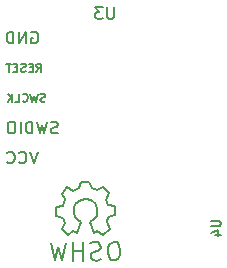
<source format=gbr>
G04 #@! TF.FileFunction,Legend,Bot*
%FSLAX46Y46*%
G04 Gerber Fmt 4.6, Leading zero omitted, Abs format (unit mm)*
G04 Created by KiCad (PCBNEW no-vcs-found-undefined) date Wed Nov 16 23:20:15 2016*
%MOMM*%
%LPD*%
G01*
G04 APERTURE LIST*
%ADD10C,0.100000*%
%ADD11C,0.150000*%
%ADD12C,0.160000*%
G04 APERTURE END LIST*
D10*
D11*
X97147380Y-105183940D02*
X96786700Y-106654600D01*
X96786700Y-106654600D02*
X96507300Y-105592880D01*
X96507300Y-105592880D02*
X96197420Y-106664760D01*
X96197420Y-106664760D02*
X95857060Y-105214420D01*
X98567240Y-105874820D02*
X97777300Y-105864660D01*
X97777300Y-105864660D02*
X97767140Y-105874820D01*
X97767140Y-105874820D02*
X97767140Y-105864660D01*
X97726500Y-105153460D02*
X97726500Y-106695240D01*
X98615500Y-105143300D02*
X98615500Y-106713020D01*
X98615500Y-106713020D02*
X98605340Y-106702860D01*
X99166680Y-105244900D02*
X99517200Y-105163620D01*
X99517200Y-105163620D02*
X99837240Y-105153460D01*
X99837240Y-105153460D02*
X100076000Y-105354120D01*
X100076000Y-105354120D02*
X100106480Y-105623360D01*
X100106480Y-105623360D02*
X99865180Y-105864660D01*
X99865180Y-105864660D02*
X99476560Y-105994200D01*
X99476560Y-105994200D02*
X99296220Y-106154220D01*
X99296220Y-106154220D02*
X99255580Y-106453940D01*
X99255580Y-106453940D02*
X99486720Y-106674920D01*
X99486720Y-106674920D02*
X99806760Y-106702860D01*
X99806760Y-106702860D02*
X100157280Y-106593640D01*
X101196140Y-105143300D02*
X101445060Y-105163620D01*
X101445060Y-105163620D02*
X101686360Y-105404920D01*
X101686360Y-105404920D02*
X101775260Y-105895140D01*
X101775260Y-105895140D02*
X101747320Y-106243120D01*
X101747320Y-106243120D02*
X101546660Y-106563160D01*
X101546660Y-106563160D02*
X101295200Y-106685080D01*
X101295200Y-106685080D02*
X100985320Y-106613960D01*
X100985320Y-106613960D02*
X100766880Y-106433620D01*
X100766880Y-106433620D02*
X100695760Y-105973880D01*
X100695760Y-105973880D02*
X100746560Y-105564940D01*
X100746560Y-105564940D02*
X100855780Y-105283000D01*
X100855780Y-105283000D02*
X101216460Y-105153460D01*
X100596700Y-103423720D02*
X100855780Y-103985060D01*
X100855780Y-103985060D02*
X100317300Y-104503220D01*
X100317300Y-104503220D02*
X99796600Y-104233980D01*
X99796600Y-104233980D02*
X99517200Y-104394000D01*
X98077020Y-104373680D02*
X97746820Y-104183180D01*
X97746820Y-104183180D02*
X97307400Y-104513380D01*
X97307400Y-104513380D02*
X96834960Y-104023160D01*
X96834960Y-104023160D02*
X97116900Y-103543100D01*
X97116900Y-103543100D02*
X96926400Y-103073200D01*
X96926400Y-103073200D02*
X96316800Y-102885240D01*
X96316800Y-102885240D02*
X96316800Y-102204520D01*
X96316800Y-102204520D02*
X96875600Y-102064820D01*
X96875600Y-102064820D02*
X97076260Y-101493320D01*
X97076260Y-101493320D02*
X96807020Y-101023420D01*
X96807020Y-101023420D02*
X97276920Y-100512880D01*
X97276920Y-100512880D02*
X97795080Y-100774500D01*
X97795080Y-100774500D02*
X98264980Y-100573840D01*
X98264980Y-100573840D02*
X98435160Y-100032820D01*
X98435160Y-100032820D02*
X99126040Y-100015040D01*
X99126040Y-100015040D02*
X99336860Y-100563680D01*
X99336860Y-100563680D02*
X99755960Y-100733860D01*
X99755960Y-100733860D02*
X100307140Y-100464620D01*
X100307140Y-100464620D02*
X100825300Y-100992940D01*
X100825300Y-100992940D02*
X100576380Y-101533960D01*
X100576380Y-101533960D02*
X100746560Y-102014020D01*
X100746560Y-102014020D02*
X101295200Y-102113080D01*
X101295200Y-102113080D02*
X101305360Y-102814120D01*
X101305360Y-102814120D02*
X100746560Y-103014780D01*
X100746560Y-103014780D02*
X100606860Y-103413560D01*
X98465640Y-103393240D02*
X98165920Y-103243380D01*
X98165920Y-103243380D02*
X97965260Y-103045260D01*
X97965260Y-103045260D02*
X97815400Y-102643940D01*
X97815400Y-102643940D02*
X97815400Y-102245160D01*
X97815400Y-102245160D02*
X97965260Y-101894640D01*
X97965260Y-101894640D02*
X98417380Y-101544120D01*
X98417380Y-101544120D02*
X98866960Y-101493320D01*
X98866960Y-101493320D02*
X99265740Y-101594920D01*
X99265740Y-101594920D02*
X99667060Y-101942900D01*
X99667060Y-101942900D02*
X99816920Y-102395020D01*
X99816920Y-102395020D02*
X99766120Y-102892860D01*
X99766120Y-102892860D02*
X99517200Y-103195120D01*
X99517200Y-103195120D02*
X99166680Y-103393240D01*
X99166680Y-103393240D02*
X99517200Y-104394000D01*
X98465640Y-103393240D02*
X98066860Y-104394000D01*
D12*
X109472304Y-103339276D02*
X110119923Y-103339276D01*
X110196114Y-103377371D01*
X110234209Y-103415466D01*
X110272304Y-103491657D01*
X110272304Y-103644038D01*
X110234209Y-103720228D01*
X110196114Y-103758323D01*
X110119923Y-103796419D01*
X109472304Y-103796419D01*
X109738971Y-104520228D02*
X110272304Y-104520228D01*
X109434209Y-104329752D02*
X110005638Y-104139276D01*
X110005638Y-104634514D01*
D11*
X94641066Y-90715266D02*
X94874400Y-90381933D01*
X95041066Y-90715266D02*
X95041066Y-90015266D01*
X94774400Y-90015266D01*
X94707733Y-90048600D01*
X94674400Y-90081933D01*
X94641066Y-90148600D01*
X94641066Y-90248600D01*
X94674400Y-90315266D01*
X94707733Y-90348600D01*
X94774400Y-90381933D01*
X95041066Y-90381933D01*
X94341066Y-90348600D02*
X94107733Y-90348600D01*
X94007733Y-90715266D02*
X94341066Y-90715266D01*
X94341066Y-90015266D01*
X94007733Y-90015266D01*
X93741066Y-90681933D02*
X93641066Y-90715266D01*
X93474400Y-90715266D01*
X93407733Y-90681933D01*
X93374400Y-90648600D01*
X93341066Y-90581933D01*
X93341066Y-90515266D01*
X93374400Y-90448600D01*
X93407733Y-90415266D01*
X93474400Y-90381933D01*
X93607733Y-90348600D01*
X93674400Y-90315266D01*
X93707733Y-90281933D01*
X93741066Y-90215266D01*
X93741066Y-90148600D01*
X93707733Y-90081933D01*
X93674400Y-90048600D01*
X93607733Y-90015266D01*
X93441066Y-90015266D01*
X93341066Y-90048600D01*
X93041066Y-90348600D02*
X92807733Y-90348600D01*
X92707733Y-90715266D02*
X93041066Y-90715266D01*
X93041066Y-90015266D01*
X92707733Y-90015266D01*
X92507733Y-90015266D02*
X92107733Y-90015266D01*
X92307733Y-90715266D02*
X92307733Y-90015266D01*
X95385533Y-93221933D02*
X95285533Y-93255266D01*
X95118866Y-93255266D01*
X95052200Y-93221933D01*
X95018866Y-93188600D01*
X94985533Y-93121933D01*
X94985533Y-93055266D01*
X95018866Y-92988600D01*
X95052200Y-92955266D01*
X95118866Y-92921933D01*
X95252200Y-92888600D01*
X95318866Y-92855266D01*
X95352200Y-92821933D01*
X95385533Y-92755266D01*
X95385533Y-92688600D01*
X95352200Y-92621933D01*
X95318866Y-92588600D01*
X95252200Y-92555266D01*
X95085533Y-92555266D01*
X94985533Y-92588600D01*
X94752200Y-92555266D02*
X94585533Y-93255266D01*
X94452200Y-92755266D01*
X94318866Y-93255266D01*
X94152200Y-92555266D01*
X93485533Y-93188600D02*
X93518866Y-93221933D01*
X93618866Y-93255266D01*
X93685533Y-93255266D01*
X93785533Y-93221933D01*
X93852200Y-93155266D01*
X93885533Y-93088600D01*
X93918866Y-92955266D01*
X93918866Y-92855266D01*
X93885533Y-92721933D01*
X93852200Y-92655266D01*
X93785533Y-92588600D01*
X93685533Y-92555266D01*
X93618866Y-92555266D01*
X93518866Y-92588600D01*
X93485533Y-92621933D01*
X92852200Y-93255266D02*
X93185533Y-93255266D01*
X93185533Y-92555266D01*
X92618866Y-93255266D02*
X92618866Y-92555266D01*
X92218866Y-93255266D02*
X92518866Y-92855266D01*
X92218866Y-92555266D02*
X92618866Y-92955266D01*
X101213104Y-85248180D02*
X101213104Y-86057704D01*
X101165485Y-86152942D01*
X101117866Y-86200561D01*
X101022628Y-86248180D01*
X100832152Y-86248180D01*
X100736914Y-86200561D01*
X100689295Y-86152942D01*
X100641676Y-86057704D01*
X100641676Y-85248180D01*
X100260723Y-85248180D02*
X99641676Y-85248180D01*
X99975009Y-85629133D01*
X99832152Y-85629133D01*
X99736914Y-85676752D01*
X99689295Y-85724371D01*
X99641676Y-85819609D01*
X99641676Y-86057704D01*
X99689295Y-86152942D01*
X99736914Y-86200561D01*
X99832152Y-86248180D01*
X100117866Y-86248180D01*
X100213104Y-86200561D01*
X100260723Y-86152942D01*
X94233904Y-87358600D02*
X94329142Y-87310980D01*
X94472000Y-87310980D01*
X94614857Y-87358600D01*
X94710095Y-87453838D01*
X94757714Y-87549076D01*
X94805333Y-87739552D01*
X94805333Y-87882409D01*
X94757714Y-88072885D01*
X94710095Y-88168123D01*
X94614857Y-88263361D01*
X94472000Y-88310980D01*
X94376761Y-88310980D01*
X94233904Y-88263361D01*
X94186285Y-88215742D01*
X94186285Y-87882409D01*
X94376761Y-87882409D01*
X93757714Y-88310980D02*
X93757714Y-87310980D01*
X93186285Y-88310980D01*
X93186285Y-87310980D01*
X92710095Y-88310980D02*
X92710095Y-87310980D01*
X92472000Y-87310980D01*
X92329142Y-87358600D01*
X92233904Y-87453838D01*
X92186285Y-87549076D01*
X92138666Y-87739552D01*
X92138666Y-87882409D01*
X92186285Y-88072885D01*
X92233904Y-88168123D01*
X92329142Y-88263361D01*
X92472000Y-88310980D01*
X92710095Y-88310980D01*
X96454647Y-95883361D02*
X96311790Y-95930980D01*
X96073695Y-95930980D01*
X95978457Y-95883361D01*
X95930838Y-95835742D01*
X95883219Y-95740504D01*
X95883219Y-95645266D01*
X95930838Y-95550028D01*
X95978457Y-95502409D01*
X96073695Y-95454790D01*
X96264171Y-95407171D01*
X96359409Y-95359552D01*
X96407028Y-95311933D01*
X96454647Y-95216695D01*
X96454647Y-95121457D01*
X96407028Y-95026219D01*
X96359409Y-94978600D01*
X96264171Y-94930980D01*
X96026076Y-94930980D01*
X95883219Y-94978600D01*
X95549885Y-94930980D02*
X95311790Y-95930980D01*
X95121314Y-95216695D01*
X94930838Y-95930980D01*
X94692742Y-94930980D01*
X94311790Y-95930980D02*
X94311790Y-94930980D01*
X94073695Y-94930980D01*
X93930838Y-94978600D01*
X93835600Y-95073838D01*
X93787980Y-95169076D01*
X93740361Y-95359552D01*
X93740361Y-95502409D01*
X93787980Y-95692885D01*
X93835600Y-95788123D01*
X93930838Y-95883361D01*
X94073695Y-95930980D01*
X94311790Y-95930980D01*
X93311790Y-95930980D02*
X93311790Y-94930980D01*
X92645123Y-94930980D02*
X92454647Y-94930980D01*
X92359409Y-94978600D01*
X92264171Y-95073838D01*
X92216552Y-95264314D01*
X92216552Y-95597647D01*
X92264171Y-95788123D01*
X92359409Y-95883361D01*
X92454647Y-95930980D01*
X92645123Y-95930980D01*
X92740361Y-95883361D01*
X92835600Y-95788123D01*
X92883219Y-95597647D01*
X92883219Y-95264314D01*
X92835600Y-95073838D01*
X92740361Y-94978600D01*
X92645123Y-94930980D01*
X94754533Y-97470980D02*
X94421200Y-98470980D01*
X94087866Y-97470980D01*
X93183104Y-98375742D02*
X93230723Y-98423361D01*
X93373580Y-98470980D01*
X93468819Y-98470980D01*
X93611676Y-98423361D01*
X93706914Y-98328123D01*
X93754533Y-98232885D01*
X93802152Y-98042409D01*
X93802152Y-97899552D01*
X93754533Y-97709076D01*
X93706914Y-97613838D01*
X93611676Y-97518600D01*
X93468819Y-97470980D01*
X93373580Y-97470980D01*
X93230723Y-97518600D01*
X93183104Y-97566219D01*
X92183104Y-98375742D02*
X92230723Y-98423361D01*
X92373580Y-98470980D01*
X92468819Y-98470980D01*
X92611676Y-98423361D01*
X92706914Y-98328123D01*
X92754533Y-98232885D01*
X92802152Y-98042409D01*
X92802152Y-97899552D01*
X92754533Y-97709076D01*
X92706914Y-97613838D01*
X92611676Y-97518600D01*
X92468819Y-97470980D01*
X92373580Y-97470980D01*
X92230723Y-97518600D01*
X92183104Y-97566219D01*
M02*

</source>
